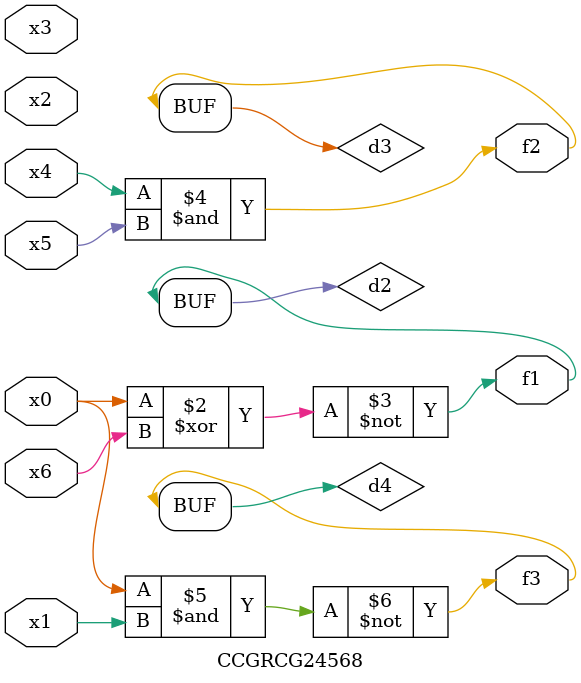
<source format=v>
module CCGRCG24568(
	input x0, x1, x2, x3, x4, x5, x6,
	output f1, f2, f3
);

	wire d1, d2, d3, d4;

	nor (d1, x0);
	xnor (d2, x0, x6);
	and (d3, x4, x5);
	nand (d4, x0, x1);
	assign f1 = d2;
	assign f2 = d3;
	assign f3 = d4;
endmodule

</source>
